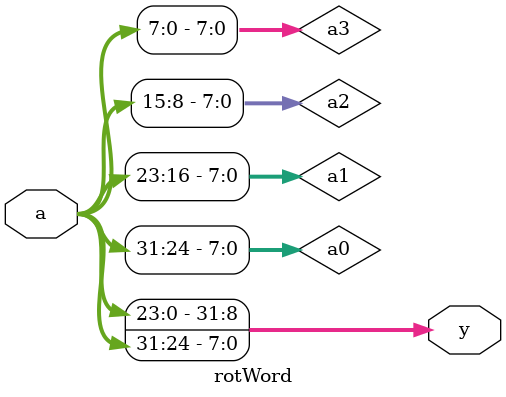
<source format=sv>


module rotWord(input logic [31:0] a,
               output logic [31:0] y);
    logic [7:0] a0, a1, a2, a3;
    
    assign {a0, a1, a2, a3} = a;
    assign y = {a1, a2, a3, a0};
endmodule
</source>
